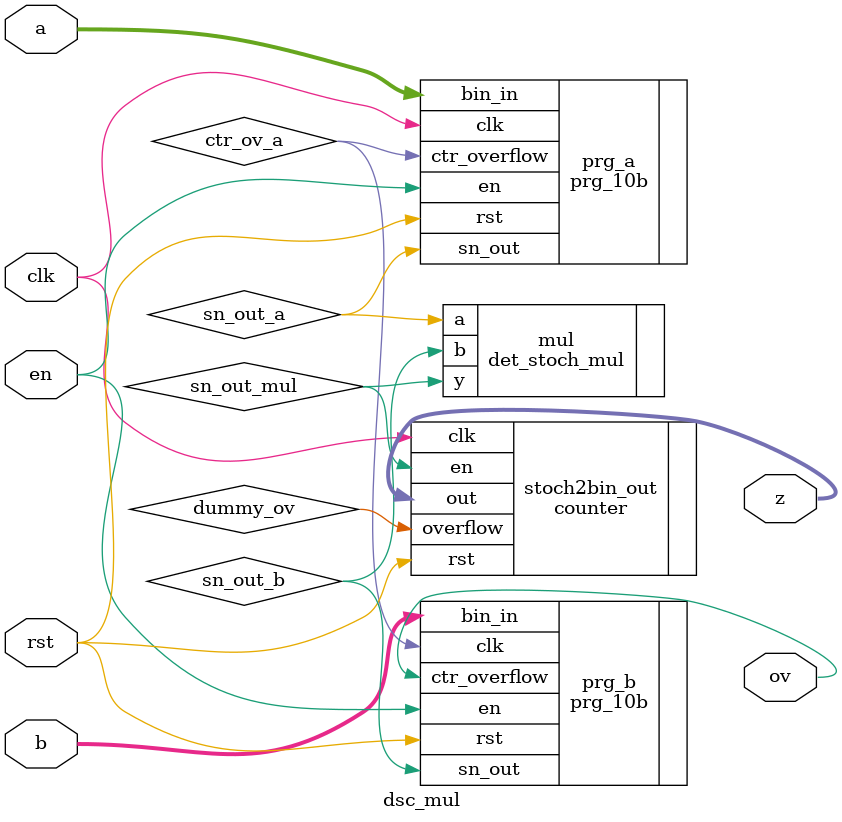
<source format=v>
`timescale 1 ns / 100 ps

`define SNG_WIDTH 10


module dsc_mul (
    a,
    b,
    z,
    clk,
    rst,
    en,
    ov);

   input [`SNG_WIDTH-1:0]        a,b;
   input                       clk,rst;
   input                       en;
   output [(2*`SNG_WIDTH)-1:0] z;
   output                      ov;
   

   wire                        sn_out_a,sn_out_b,sn_out_mul;
   wire                        ctr_ov_a,ctr_ov_b;
   wire                        dummy_ov;
   

   //SNG for input A
   prg_10b prg_a (
   .clk(clk),
   .rst(rst),
   .en(en),
   .bin_in(a),
   .sn_out(sn_out_a),
   .ctr_overflow(ctr_ov_a));

   //SNG for input B
   prg_10b prg_b (
   .clk(ctr_ov_a),
   .rst(rst),
   .en(en),
   .bin_in(b),
   .sn_out(sn_out_b),
   .ctr_overflow(ov));

//multiplier circuit
det_stoch_mul mul (
  .a(sn_out_a),
  .b(sn_out_b),
  .y(sn_out_mul)
);

//stoch2bin out
counter #(
  .WIDTH (2*`SNG_WIDTH)
) stoch2bin_out (
  .clk(clk),
  .rst(rst),
  .en(sn_out_mul),
  .out(z),
  .overflow(dummy_ov)
);
   
   
   
endmodule // dsc_mul



               







   
</source>
